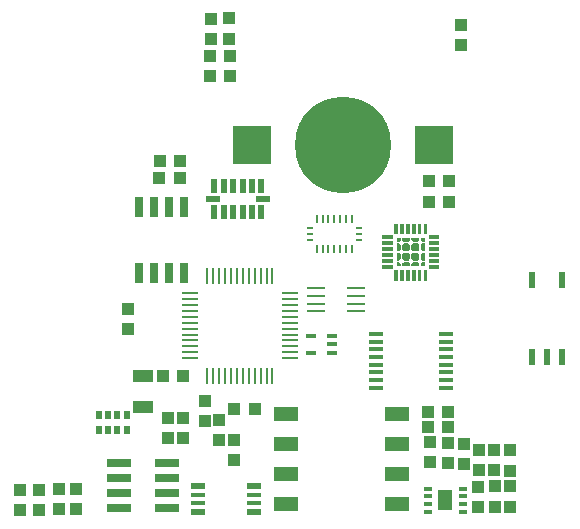
<source format=gtp>
G75*
%MOIN*%
%OFA0B0*%
%FSLAX25Y25*%
%IPPOS*%
%LPD*%
%AMOC8*
5,1,8,0,0,1.08239X$1,22.5*
%
%ADD10R,0.01100X0.05800*%
%ADD11R,0.05800X0.01100*%
%ADD12R,0.04331X0.03937*%
%ADD13R,0.03937X0.04331*%
%ADD14R,0.07087X0.03937*%
%ADD15R,0.02165X0.04508*%
%ADD16R,0.04508X0.02165*%
%ADD17R,0.02756X0.01378*%
%ADD18R,0.05000X0.07000*%
%ADD19R,0.02559X0.06890*%
%ADD20R,0.12598X0.12598*%
%ADD21C,0.32008*%
%ADD22R,0.00984X0.02657*%
%ADD23R,0.02165X0.00984*%
%ADD24C,0.00100*%
%ADD25R,0.04724X0.01378*%
%ADD26R,0.06102X0.00984*%
%ADD27R,0.03780X0.01811*%
%ADD28R,0.03780X0.01417*%
%ADD29R,0.01969X0.02559*%
%ADD30R,0.04528X0.02362*%
%ADD31R,0.04528X0.01772*%
%ADD32R,0.08000X0.04500*%
%ADD33R,0.07874X0.03150*%
%ADD34R,0.02402X0.05709*%
D10*
X0161138Y0104862D03*
X0163038Y0104862D03*
X0165038Y0104862D03*
X0167038Y0104862D03*
X0168938Y0104862D03*
X0170938Y0104862D03*
X0172937Y0104862D03*
X0174937Y0104862D03*
X0176837Y0104862D03*
X0178837Y0104862D03*
X0180837Y0104862D03*
X0182737Y0104862D03*
X0182737Y0138263D03*
X0180837Y0138263D03*
X0178837Y0138263D03*
X0176837Y0138263D03*
X0174937Y0138263D03*
X0172937Y0138263D03*
X0170938Y0138263D03*
X0168938Y0138263D03*
X0167038Y0138263D03*
X0165038Y0138263D03*
X0163038Y0138263D03*
X0161138Y0138263D03*
D11*
X0155238Y0132363D03*
X0155238Y0130462D03*
X0155238Y0128462D03*
X0155238Y0126462D03*
X0155238Y0124562D03*
X0155238Y0122562D03*
X0155238Y0120562D03*
X0155238Y0118562D03*
X0155238Y0116662D03*
X0155238Y0114662D03*
X0155238Y0112662D03*
X0155238Y0110762D03*
X0188637Y0110762D03*
X0188637Y0112662D03*
X0188637Y0114662D03*
X0188637Y0116662D03*
X0188637Y0118562D03*
X0188637Y0120562D03*
X0188637Y0122562D03*
X0188637Y0124562D03*
X0188637Y0126462D03*
X0188637Y0128462D03*
X0188637Y0130462D03*
X0188637Y0132363D03*
D12*
X0152971Y0104750D03*
X0146279Y0104750D03*
X0170154Y0093625D03*
X0176846Y0093625D03*
X0170063Y0083346D03*
X0170063Y0076654D03*
X0235375Y0076091D03*
X0241187Y0075779D03*
X0241187Y0082471D03*
X0235375Y0082784D03*
X0234779Y0092812D03*
X0241471Y0092812D03*
X0251625Y0080096D03*
X0251625Y0073404D03*
X0251437Y0067909D03*
X0251437Y0061216D03*
X0151846Y0170938D03*
X0145154Y0170938D03*
X0145216Y0176375D03*
X0151909Y0176375D03*
X0162188Y0217216D03*
X0168375Y0217279D03*
X0168375Y0223971D03*
X0162188Y0223909D03*
X0245750Y0221909D03*
X0245750Y0215216D03*
D13*
X0098562Y0060154D03*
X0104937Y0060216D03*
X0111687Y0060466D03*
X0117187Y0060466D03*
X0117187Y0067159D03*
X0111687Y0067159D03*
X0104937Y0066909D03*
X0098562Y0066846D03*
X0147938Y0083966D03*
X0152938Y0084029D03*
X0152938Y0090721D03*
X0147938Y0090659D03*
X0160188Y0089654D03*
X0164938Y0090034D03*
X0164938Y0083341D03*
X0160188Y0096346D03*
X0134563Y0120404D03*
X0134563Y0127096D03*
X0234841Y0162813D03*
X0241534Y0162813D03*
X0241784Y0169688D03*
X0235091Y0169688D03*
X0168563Y0204716D03*
X0162000Y0204716D03*
X0162000Y0211409D03*
X0168563Y0211409D03*
X0234654Y0087812D03*
X0241346Y0087812D03*
X0246687Y0082284D03*
X0256750Y0080034D03*
X0262125Y0079971D03*
X0262125Y0073279D03*
X0256750Y0073341D03*
X0246687Y0075591D03*
X0256937Y0067971D03*
X0262062Y0067971D03*
X0262062Y0061279D03*
X0256937Y0061279D03*
D14*
X0139750Y0094605D03*
X0139750Y0104645D03*
D15*
X0163376Y0159367D03*
X0166526Y0159367D03*
X0169675Y0159367D03*
X0172825Y0159367D03*
X0175974Y0159367D03*
X0179124Y0159367D03*
X0179124Y0168008D03*
X0175974Y0168008D03*
X0172825Y0168008D03*
X0169675Y0168008D03*
X0166526Y0168008D03*
X0163376Y0168008D03*
D16*
X0162992Y0163688D03*
X0179508Y0163688D03*
D17*
X0234568Y0067276D03*
X0234568Y0064717D03*
X0234568Y0062158D03*
X0234568Y0059599D03*
X0246182Y0059599D03*
X0246182Y0062158D03*
X0246182Y0064717D03*
X0246182Y0067276D03*
D18*
X0240375Y0063437D03*
D19*
X0153438Y0139039D03*
X0148438Y0139039D03*
X0143438Y0139039D03*
X0138438Y0139039D03*
X0138438Y0161086D03*
X0143438Y0161086D03*
X0148438Y0161086D03*
X0153438Y0161086D03*
D20*
X0176080Y0181750D03*
X0236670Y0181750D03*
D21*
X0206375Y0181750D03*
D22*
X0205406Y0156970D03*
X0203437Y0156970D03*
X0201469Y0156970D03*
X0199500Y0156970D03*
X0197532Y0156970D03*
X0207375Y0156970D03*
X0209343Y0156970D03*
X0209343Y0147030D03*
X0207375Y0147030D03*
X0205406Y0147030D03*
X0203437Y0147030D03*
X0201469Y0147030D03*
X0199500Y0147030D03*
X0197532Y0147030D03*
D23*
X0195367Y0150031D03*
X0195367Y0152000D03*
X0195367Y0153969D03*
X0211508Y0153969D03*
X0211508Y0152000D03*
X0211508Y0150031D03*
D24*
X0219400Y0149656D02*
X0219400Y0148751D01*
X0222549Y0148751D01*
X0222549Y0149656D01*
X0219400Y0149656D01*
X0219400Y0149595D02*
X0222549Y0149595D01*
X0222549Y0149497D02*
X0219400Y0149497D01*
X0219400Y0149398D02*
X0222549Y0149398D01*
X0222549Y0149300D02*
X0219400Y0149300D01*
X0219400Y0149201D02*
X0222549Y0149201D01*
X0222549Y0149103D02*
X0219400Y0149103D01*
X0219400Y0149004D02*
X0222549Y0149004D01*
X0222549Y0148906D02*
X0219400Y0148906D01*
X0219400Y0148807D02*
X0222549Y0148807D01*
X0222549Y0147687D02*
X0219400Y0147687D01*
X0219400Y0146782D01*
X0222549Y0146782D01*
X0222549Y0147687D01*
X0222549Y0147625D02*
X0219400Y0147625D01*
X0219400Y0147527D02*
X0222549Y0147527D01*
X0222549Y0147428D02*
X0219400Y0147428D01*
X0219400Y0147330D02*
X0222549Y0147330D01*
X0222549Y0147231D02*
X0219400Y0147231D01*
X0219400Y0147132D02*
X0222549Y0147132D01*
X0222549Y0147034D02*
X0219400Y0147034D01*
X0219400Y0146935D02*
X0222549Y0146935D01*
X0222549Y0146837D02*
X0219400Y0146837D01*
X0219400Y0145718D02*
X0219400Y0144813D01*
X0222549Y0144813D01*
X0222549Y0145718D01*
X0219400Y0145718D01*
X0219400Y0145655D02*
X0222549Y0145655D01*
X0222549Y0145556D02*
X0219400Y0145556D01*
X0219400Y0145458D02*
X0222549Y0145458D01*
X0222549Y0145359D02*
X0219400Y0145359D01*
X0219400Y0145261D02*
X0222549Y0145261D01*
X0222549Y0145162D02*
X0219400Y0145162D01*
X0219400Y0145064D02*
X0222549Y0145064D01*
X0222549Y0144965D02*
X0219400Y0144965D01*
X0219400Y0144867D02*
X0222549Y0144867D01*
X0222549Y0143749D02*
X0219400Y0143749D01*
X0219400Y0142844D01*
X0222549Y0142844D01*
X0222549Y0143749D01*
X0222549Y0143685D02*
X0219400Y0143685D01*
X0219400Y0143586D02*
X0222549Y0143586D01*
X0222549Y0143488D02*
X0219400Y0143488D01*
X0219400Y0143389D02*
X0222549Y0143389D01*
X0222549Y0143291D02*
X0219400Y0143291D01*
X0219400Y0143192D02*
X0222549Y0143192D01*
X0222549Y0143094D02*
X0219400Y0143094D01*
X0219400Y0142995D02*
X0222549Y0142995D01*
X0222549Y0142897D02*
X0219400Y0142897D01*
X0219400Y0141780D02*
X0219400Y0140875D01*
X0222549Y0140875D01*
X0222549Y0141780D01*
X0219400Y0141780D01*
X0219400Y0141714D02*
X0222549Y0141714D01*
X0222549Y0141616D02*
X0219400Y0141616D01*
X0219400Y0141517D02*
X0222549Y0141517D01*
X0222549Y0141419D02*
X0219400Y0141419D01*
X0219400Y0141320D02*
X0222549Y0141320D01*
X0222549Y0141222D02*
X0219400Y0141222D01*
X0219400Y0141123D02*
X0222549Y0141123D01*
X0222549Y0141025D02*
X0219400Y0141025D01*
X0219400Y0140926D02*
X0222549Y0140926D01*
X0223376Y0140049D02*
X0223376Y0136900D01*
X0224281Y0136900D01*
X0224281Y0140049D01*
X0223376Y0140049D01*
X0223376Y0140040D02*
X0224281Y0140040D01*
X0224281Y0139941D02*
X0223376Y0139941D01*
X0223376Y0139843D02*
X0224281Y0139843D01*
X0224281Y0139744D02*
X0223376Y0139744D01*
X0223376Y0139646D02*
X0224281Y0139646D01*
X0224281Y0139547D02*
X0223376Y0139547D01*
X0223376Y0139449D02*
X0224281Y0139449D01*
X0224281Y0139350D02*
X0223376Y0139350D01*
X0223376Y0139252D02*
X0224281Y0139252D01*
X0224281Y0139153D02*
X0223376Y0139153D01*
X0223376Y0139055D02*
X0224281Y0139055D01*
X0224281Y0138956D02*
X0223376Y0138956D01*
X0223376Y0138858D02*
X0224281Y0138858D01*
X0224281Y0138759D02*
X0223376Y0138759D01*
X0223376Y0138661D02*
X0224281Y0138661D01*
X0224281Y0138562D02*
X0223376Y0138562D01*
X0223376Y0138463D02*
X0224281Y0138463D01*
X0224281Y0138365D02*
X0223376Y0138365D01*
X0223376Y0138266D02*
X0224281Y0138266D01*
X0224281Y0138168D02*
X0223376Y0138168D01*
X0223376Y0138069D02*
X0224281Y0138069D01*
X0224281Y0137971D02*
X0223376Y0137971D01*
X0223376Y0137872D02*
X0224281Y0137872D01*
X0224281Y0137774D02*
X0223376Y0137774D01*
X0223376Y0137675D02*
X0224281Y0137675D01*
X0224281Y0137577D02*
X0223376Y0137577D01*
X0223376Y0137478D02*
X0224281Y0137478D01*
X0224281Y0137380D02*
X0223376Y0137380D01*
X0223376Y0137281D02*
X0224281Y0137281D01*
X0224281Y0137183D02*
X0223376Y0137183D01*
X0223376Y0137084D02*
X0224281Y0137084D01*
X0224281Y0136986D02*
X0223376Y0136986D01*
X0225344Y0136986D02*
X0226250Y0136986D01*
X0226250Y0136900D02*
X0226250Y0140049D01*
X0225344Y0140049D01*
X0225344Y0136900D01*
X0226250Y0136900D01*
X0226250Y0137084D02*
X0225344Y0137084D01*
X0225344Y0137183D02*
X0226250Y0137183D01*
X0226250Y0137281D02*
X0225344Y0137281D01*
X0225344Y0137380D02*
X0226250Y0137380D01*
X0226250Y0137478D02*
X0225344Y0137478D01*
X0225344Y0137577D02*
X0226250Y0137577D01*
X0226250Y0137675D02*
X0225344Y0137675D01*
X0225344Y0137774D02*
X0226250Y0137774D01*
X0226250Y0137872D02*
X0225344Y0137872D01*
X0225344Y0137971D02*
X0226250Y0137971D01*
X0226250Y0138069D02*
X0225344Y0138069D01*
X0225344Y0138168D02*
X0226250Y0138168D01*
X0226250Y0138266D02*
X0225344Y0138266D01*
X0225344Y0138365D02*
X0226250Y0138365D01*
X0226250Y0138463D02*
X0225344Y0138463D01*
X0225344Y0138562D02*
X0226250Y0138562D01*
X0226250Y0138661D02*
X0225344Y0138661D01*
X0225344Y0138759D02*
X0226250Y0138759D01*
X0226250Y0138858D02*
X0225344Y0138858D01*
X0225344Y0138956D02*
X0226250Y0138956D01*
X0226250Y0139055D02*
X0225344Y0139055D01*
X0225344Y0139153D02*
X0226250Y0139153D01*
X0226250Y0139252D02*
X0225344Y0139252D01*
X0225344Y0139350D02*
X0226250Y0139350D01*
X0226250Y0139449D02*
X0225344Y0139449D01*
X0225344Y0139547D02*
X0226250Y0139547D01*
X0226250Y0139646D02*
X0225344Y0139646D01*
X0225344Y0139744D02*
X0226250Y0139744D01*
X0226250Y0139843D02*
X0225344Y0139843D01*
X0225344Y0139941D02*
X0226250Y0139941D01*
X0226250Y0140040D02*
X0225344Y0140040D01*
X0225256Y0141722D02*
X0225256Y0142200D01*
X0224700Y0142756D01*
X0224222Y0142756D01*
X0224222Y0141722D01*
X0225256Y0141722D01*
X0225256Y0141813D02*
X0224222Y0141813D01*
X0224222Y0141911D02*
X0225256Y0141911D01*
X0225256Y0142010D02*
X0224222Y0142010D01*
X0224222Y0142108D02*
X0225256Y0142108D01*
X0225249Y0142207D02*
X0224222Y0142207D01*
X0224222Y0142305D02*
X0225150Y0142305D01*
X0225052Y0142404D02*
X0224222Y0142404D01*
X0224222Y0142502D02*
X0224953Y0142502D01*
X0224855Y0142601D02*
X0224222Y0142601D01*
X0224222Y0142699D02*
X0224756Y0142699D01*
X0224700Y0143544D02*
X0225256Y0144100D01*
X0225256Y0145300D01*
X0224700Y0145856D01*
X0224222Y0145856D01*
X0224222Y0143544D01*
X0224700Y0143544D01*
X0224742Y0143586D02*
X0224222Y0143586D01*
X0224222Y0143685D02*
X0224840Y0143685D01*
X0224939Y0143783D02*
X0224222Y0143783D01*
X0224222Y0143882D02*
X0225037Y0143882D01*
X0225136Y0143980D02*
X0224222Y0143980D01*
X0224222Y0144079D02*
X0225234Y0144079D01*
X0225256Y0144177D02*
X0224222Y0144177D01*
X0224222Y0144276D02*
X0225256Y0144276D01*
X0225256Y0144374D02*
X0224222Y0144374D01*
X0224222Y0144473D02*
X0225256Y0144473D01*
X0225256Y0144571D02*
X0224222Y0144571D01*
X0224222Y0144670D02*
X0225256Y0144670D01*
X0225256Y0144768D02*
X0224222Y0144768D01*
X0224222Y0144867D02*
X0225256Y0144867D01*
X0225256Y0144965D02*
X0224222Y0144965D01*
X0224222Y0145064D02*
X0225256Y0145064D01*
X0225256Y0145162D02*
X0224222Y0145162D01*
X0224222Y0145261D02*
X0225256Y0145261D01*
X0225197Y0145359D02*
X0224222Y0145359D01*
X0224222Y0145458D02*
X0225098Y0145458D01*
X0225000Y0145556D02*
X0224222Y0145556D01*
X0224222Y0145655D02*
X0224901Y0145655D01*
X0224802Y0145753D02*
X0224222Y0145753D01*
X0224222Y0145852D02*
X0224704Y0145852D01*
X0224700Y0146644D02*
X0225256Y0147200D01*
X0225256Y0148400D01*
X0224700Y0148956D01*
X0224222Y0148956D01*
X0224222Y0146644D01*
X0224700Y0146644D01*
X0224794Y0146738D02*
X0224222Y0146738D01*
X0224222Y0146837D02*
X0224893Y0146837D01*
X0224991Y0146935D02*
X0224222Y0146935D01*
X0224222Y0147034D02*
X0225090Y0147034D01*
X0225188Y0147132D02*
X0224222Y0147132D01*
X0224222Y0147231D02*
X0225256Y0147231D01*
X0225256Y0147330D02*
X0224222Y0147330D01*
X0224222Y0147428D02*
X0225256Y0147428D01*
X0225256Y0147527D02*
X0224222Y0147527D01*
X0224222Y0147625D02*
X0225256Y0147625D01*
X0225256Y0147724D02*
X0224222Y0147724D01*
X0224222Y0147822D02*
X0225256Y0147822D01*
X0225256Y0147921D02*
X0224222Y0147921D01*
X0224222Y0148019D02*
X0225256Y0148019D01*
X0225256Y0148118D02*
X0224222Y0148118D01*
X0224222Y0148216D02*
X0225256Y0148216D01*
X0225256Y0148315D02*
X0224222Y0148315D01*
X0224222Y0148413D02*
X0225243Y0148413D01*
X0225144Y0148512D02*
X0224222Y0148512D01*
X0224222Y0148610D02*
X0225046Y0148610D01*
X0224947Y0148709D02*
X0224222Y0148709D01*
X0224222Y0148807D02*
X0224849Y0148807D01*
X0224750Y0148906D02*
X0224222Y0148906D01*
X0224222Y0149744D02*
X0224222Y0150778D01*
X0225256Y0150778D01*
X0225256Y0150300D01*
X0224700Y0149744D01*
X0224222Y0149744D01*
X0224222Y0149792D02*
X0224748Y0149792D01*
X0224847Y0149891D02*
X0224222Y0149891D01*
X0224222Y0149989D02*
X0224945Y0149989D01*
X0225044Y0150088D02*
X0224222Y0150088D01*
X0224222Y0150186D02*
X0225142Y0150186D01*
X0225241Y0150285D02*
X0224222Y0150285D01*
X0224222Y0150383D02*
X0225256Y0150383D01*
X0225256Y0150482D02*
X0224222Y0150482D01*
X0224222Y0150580D02*
X0225256Y0150580D01*
X0225256Y0150679D02*
X0224222Y0150679D01*
X0224222Y0150777D02*
X0225256Y0150777D01*
X0226044Y0150777D02*
X0228356Y0150777D01*
X0228356Y0150778D02*
X0226044Y0150778D01*
X0226044Y0150300D01*
X0226600Y0149744D01*
X0227800Y0149744D01*
X0228356Y0150300D01*
X0228356Y0150778D01*
X0228356Y0150679D02*
X0226044Y0150679D01*
X0226044Y0150580D02*
X0228356Y0150580D01*
X0228356Y0150482D02*
X0226044Y0150482D01*
X0226044Y0150383D02*
X0228356Y0150383D01*
X0228341Y0150285D02*
X0226059Y0150285D01*
X0226158Y0150186D02*
X0228242Y0150186D01*
X0228144Y0150088D02*
X0226256Y0150088D01*
X0226355Y0149989D02*
X0228045Y0149989D01*
X0227947Y0149891D02*
X0226453Y0149891D01*
X0226552Y0149792D02*
X0227848Y0149792D01*
X0227800Y0148956D02*
X0226600Y0148956D01*
X0226044Y0148400D01*
X0226044Y0147200D01*
X0226600Y0146644D01*
X0227800Y0146644D01*
X0228356Y0147200D01*
X0228356Y0148400D01*
X0227800Y0148956D01*
X0227850Y0148906D02*
X0226550Y0148906D01*
X0226451Y0148807D02*
X0227949Y0148807D01*
X0228047Y0148709D02*
X0226353Y0148709D01*
X0226254Y0148610D02*
X0228146Y0148610D01*
X0228244Y0148512D02*
X0226156Y0148512D01*
X0226057Y0148413D02*
X0228343Y0148413D01*
X0228356Y0148315D02*
X0226044Y0148315D01*
X0226044Y0148216D02*
X0228356Y0148216D01*
X0228356Y0148118D02*
X0226044Y0148118D01*
X0226044Y0148019D02*
X0228356Y0148019D01*
X0228356Y0147921D02*
X0226044Y0147921D01*
X0226044Y0147822D02*
X0228356Y0147822D01*
X0228356Y0147724D02*
X0226044Y0147724D01*
X0226044Y0147625D02*
X0228356Y0147625D01*
X0228356Y0147527D02*
X0226044Y0147527D01*
X0226044Y0147428D02*
X0228356Y0147428D01*
X0228356Y0147330D02*
X0226044Y0147330D01*
X0226044Y0147231D02*
X0228356Y0147231D01*
X0228288Y0147132D02*
X0226112Y0147132D01*
X0226210Y0147034D02*
X0228190Y0147034D01*
X0228091Y0146935D02*
X0226309Y0146935D01*
X0226407Y0146837D02*
X0227993Y0146837D01*
X0227894Y0146738D02*
X0226506Y0146738D01*
X0226600Y0145856D02*
X0226044Y0145300D01*
X0226044Y0144100D01*
X0226600Y0143544D01*
X0227800Y0143544D01*
X0228356Y0144100D01*
X0228356Y0145300D01*
X0227800Y0145856D01*
X0226600Y0145856D01*
X0226596Y0145852D02*
X0227804Y0145852D01*
X0227902Y0145753D02*
X0226498Y0145753D01*
X0226399Y0145655D02*
X0228001Y0145655D01*
X0228100Y0145556D02*
X0226300Y0145556D01*
X0226202Y0145458D02*
X0228198Y0145458D01*
X0228297Y0145359D02*
X0226103Y0145359D01*
X0226044Y0145261D02*
X0228356Y0145261D01*
X0228356Y0145162D02*
X0226044Y0145162D01*
X0226044Y0145064D02*
X0228356Y0145064D01*
X0228356Y0144965D02*
X0226044Y0144965D01*
X0226044Y0144867D02*
X0228356Y0144867D01*
X0228356Y0144768D02*
X0226044Y0144768D01*
X0226044Y0144670D02*
X0228356Y0144670D01*
X0228356Y0144571D02*
X0226044Y0144571D01*
X0226044Y0144473D02*
X0228356Y0144473D01*
X0228356Y0144374D02*
X0226044Y0144374D01*
X0226044Y0144276D02*
X0228356Y0144276D01*
X0228356Y0144177D02*
X0226044Y0144177D01*
X0226066Y0144079D02*
X0228334Y0144079D01*
X0228236Y0143980D02*
X0226164Y0143980D01*
X0226263Y0143882D02*
X0228137Y0143882D01*
X0228039Y0143783D02*
X0226361Y0143783D01*
X0226460Y0143685D02*
X0227940Y0143685D01*
X0227842Y0143586D02*
X0226558Y0143586D01*
X0226600Y0142756D02*
X0226044Y0142200D01*
X0226044Y0141722D01*
X0228356Y0141722D01*
X0228356Y0142200D01*
X0227800Y0142756D01*
X0226600Y0142756D01*
X0226544Y0142699D02*
X0227856Y0142699D01*
X0227955Y0142601D02*
X0226445Y0142601D01*
X0226347Y0142502D02*
X0228053Y0142502D01*
X0228152Y0142404D02*
X0226248Y0142404D01*
X0226150Y0142305D02*
X0228250Y0142305D01*
X0228349Y0142207D02*
X0226051Y0142207D01*
X0226044Y0142108D02*
X0228356Y0142108D01*
X0228356Y0142010D02*
X0226044Y0142010D01*
X0226044Y0141911D02*
X0228356Y0141911D01*
X0228356Y0141813D02*
X0226044Y0141813D01*
X0227313Y0140049D02*
X0227313Y0136900D01*
X0228219Y0136900D01*
X0228219Y0140049D01*
X0227313Y0140049D01*
X0227313Y0140040D02*
X0228219Y0140040D01*
X0228219Y0139941D02*
X0227313Y0139941D01*
X0227313Y0139843D02*
X0228219Y0139843D01*
X0228219Y0139744D02*
X0227313Y0139744D01*
X0227313Y0139646D02*
X0228219Y0139646D01*
X0228219Y0139547D02*
X0227313Y0139547D01*
X0227313Y0139449D02*
X0228219Y0139449D01*
X0228219Y0139350D02*
X0227313Y0139350D01*
X0227313Y0139252D02*
X0228219Y0139252D01*
X0228219Y0139153D02*
X0227313Y0139153D01*
X0227313Y0139055D02*
X0228219Y0139055D01*
X0228219Y0138956D02*
X0227313Y0138956D01*
X0227313Y0138858D02*
X0228219Y0138858D01*
X0228219Y0138759D02*
X0227313Y0138759D01*
X0227313Y0138661D02*
X0228219Y0138661D01*
X0228219Y0138562D02*
X0227313Y0138562D01*
X0227313Y0138463D02*
X0228219Y0138463D01*
X0228219Y0138365D02*
X0227313Y0138365D01*
X0227313Y0138266D02*
X0228219Y0138266D01*
X0228219Y0138168D02*
X0227313Y0138168D01*
X0227313Y0138069D02*
X0228219Y0138069D01*
X0228219Y0137971D02*
X0227313Y0137971D01*
X0227313Y0137872D02*
X0228219Y0137872D01*
X0228219Y0137774D02*
X0227313Y0137774D01*
X0227313Y0137675D02*
X0228219Y0137675D01*
X0228219Y0137577D02*
X0227313Y0137577D01*
X0227313Y0137478D02*
X0228219Y0137478D01*
X0228219Y0137380D02*
X0227313Y0137380D01*
X0227313Y0137281D02*
X0228219Y0137281D01*
X0228219Y0137183D02*
X0227313Y0137183D01*
X0227313Y0137084D02*
X0228219Y0137084D01*
X0228219Y0136986D02*
X0227313Y0136986D01*
X0229281Y0136986D02*
X0230187Y0136986D01*
X0230187Y0136900D02*
X0230187Y0140049D01*
X0229281Y0140049D01*
X0229281Y0136900D01*
X0230187Y0136900D01*
X0230187Y0137084D02*
X0229281Y0137084D01*
X0229281Y0137183D02*
X0230187Y0137183D01*
X0230187Y0137281D02*
X0229281Y0137281D01*
X0229281Y0137380D02*
X0230187Y0137380D01*
X0230187Y0137478D02*
X0229281Y0137478D01*
X0229281Y0137577D02*
X0230187Y0137577D01*
X0230187Y0137675D02*
X0229281Y0137675D01*
X0229281Y0137774D02*
X0230187Y0137774D01*
X0230187Y0137872D02*
X0229281Y0137872D01*
X0229281Y0137971D02*
X0230187Y0137971D01*
X0230187Y0138069D02*
X0229281Y0138069D01*
X0229281Y0138168D02*
X0230187Y0138168D01*
X0230187Y0138266D02*
X0229281Y0138266D01*
X0229281Y0138365D02*
X0230187Y0138365D01*
X0230187Y0138463D02*
X0229281Y0138463D01*
X0229281Y0138562D02*
X0230187Y0138562D01*
X0230187Y0138661D02*
X0229281Y0138661D01*
X0229281Y0138759D02*
X0230187Y0138759D01*
X0230187Y0138858D02*
X0229281Y0138858D01*
X0229281Y0138956D02*
X0230187Y0138956D01*
X0230187Y0139055D02*
X0229281Y0139055D01*
X0229281Y0139153D02*
X0230187Y0139153D01*
X0230187Y0139252D02*
X0229281Y0139252D01*
X0229281Y0139350D02*
X0230187Y0139350D01*
X0230187Y0139449D02*
X0229281Y0139449D01*
X0229281Y0139547D02*
X0230187Y0139547D01*
X0230187Y0139646D02*
X0229281Y0139646D01*
X0229281Y0139744D02*
X0230187Y0139744D01*
X0230187Y0139843D02*
X0229281Y0139843D01*
X0229281Y0139941D02*
X0230187Y0139941D01*
X0230187Y0140040D02*
X0229281Y0140040D01*
X0229144Y0141722D02*
X0229144Y0142200D01*
X0229700Y0142756D01*
X0230900Y0142756D01*
X0231456Y0142200D01*
X0231456Y0141722D01*
X0229144Y0141722D01*
X0229144Y0141813D02*
X0231456Y0141813D01*
X0231456Y0141911D02*
X0229144Y0141911D01*
X0229144Y0142010D02*
X0231456Y0142010D01*
X0231456Y0142108D02*
X0229144Y0142108D01*
X0229151Y0142207D02*
X0231449Y0142207D01*
X0231350Y0142305D02*
X0229250Y0142305D01*
X0229348Y0142404D02*
X0231252Y0142404D01*
X0231153Y0142502D02*
X0229447Y0142502D01*
X0229545Y0142601D02*
X0231055Y0142601D01*
X0230956Y0142699D02*
X0229644Y0142699D01*
X0229700Y0143544D02*
X0230900Y0143544D01*
X0231456Y0144100D01*
X0231456Y0145300D01*
X0230900Y0145856D01*
X0229700Y0145856D01*
X0229144Y0145300D01*
X0229144Y0144100D01*
X0229700Y0143544D01*
X0229658Y0143586D02*
X0230942Y0143586D01*
X0231040Y0143685D02*
X0229560Y0143685D01*
X0229461Y0143783D02*
X0231139Y0143783D01*
X0231237Y0143882D02*
X0229363Y0143882D01*
X0229264Y0143980D02*
X0231336Y0143980D01*
X0231434Y0144079D02*
X0229166Y0144079D01*
X0229144Y0144177D02*
X0231456Y0144177D01*
X0231456Y0144276D02*
X0229144Y0144276D01*
X0229144Y0144374D02*
X0231456Y0144374D01*
X0231456Y0144473D02*
X0229144Y0144473D01*
X0229144Y0144571D02*
X0231456Y0144571D01*
X0231456Y0144670D02*
X0229144Y0144670D01*
X0229144Y0144768D02*
X0231456Y0144768D01*
X0231456Y0144867D02*
X0229144Y0144867D01*
X0229144Y0144965D02*
X0231456Y0144965D01*
X0231456Y0145064D02*
X0229144Y0145064D01*
X0229144Y0145162D02*
X0231456Y0145162D01*
X0231456Y0145261D02*
X0229144Y0145261D01*
X0229203Y0145359D02*
X0231397Y0145359D01*
X0231298Y0145458D02*
X0229302Y0145458D01*
X0229400Y0145556D02*
X0231200Y0145556D01*
X0231101Y0145655D02*
X0229499Y0145655D01*
X0229598Y0145753D02*
X0231002Y0145753D01*
X0230904Y0145852D02*
X0229696Y0145852D01*
X0229700Y0146644D02*
X0230900Y0146644D01*
X0231456Y0147200D01*
X0231456Y0148400D01*
X0230900Y0148956D01*
X0229700Y0148956D01*
X0229144Y0148400D01*
X0229144Y0147200D01*
X0229700Y0146644D01*
X0229606Y0146738D02*
X0230994Y0146738D01*
X0231093Y0146837D02*
X0229507Y0146837D01*
X0229409Y0146935D02*
X0231191Y0146935D01*
X0231290Y0147034D02*
X0229310Y0147034D01*
X0229212Y0147132D02*
X0231388Y0147132D01*
X0231456Y0147231D02*
X0229144Y0147231D01*
X0229144Y0147330D02*
X0231456Y0147330D01*
X0231456Y0147428D02*
X0229144Y0147428D01*
X0229144Y0147527D02*
X0231456Y0147527D01*
X0231456Y0147625D02*
X0229144Y0147625D01*
X0229144Y0147724D02*
X0231456Y0147724D01*
X0231456Y0147822D02*
X0229144Y0147822D01*
X0229144Y0147921D02*
X0231456Y0147921D01*
X0231456Y0148019D02*
X0229144Y0148019D01*
X0229144Y0148118D02*
X0231456Y0148118D01*
X0231456Y0148216D02*
X0229144Y0148216D01*
X0229144Y0148315D02*
X0231456Y0148315D01*
X0231443Y0148413D02*
X0229157Y0148413D01*
X0229256Y0148512D02*
X0231344Y0148512D01*
X0231246Y0148610D02*
X0229354Y0148610D01*
X0229453Y0148709D02*
X0231147Y0148709D01*
X0231049Y0148807D02*
X0229551Y0148807D01*
X0229650Y0148906D02*
X0230950Y0148906D01*
X0230900Y0149744D02*
X0231456Y0150300D01*
X0231456Y0150778D01*
X0229144Y0150778D01*
X0229144Y0150300D01*
X0229700Y0149744D01*
X0230900Y0149744D01*
X0230948Y0149792D02*
X0229652Y0149792D01*
X0229553Y0149891D02*
X0231047Y0149891D01*
X0231145Y0149989D02*
X0229455Y0149989D01*
X0229356Y0150088D02*
X0231244Y0150088D01*
X0231342Y0150186D02*
X0229258Y0150186D01*
X0229159Y0150285D02*
X0231441Y0150285D01*
X0231456Y0150383D02*
X0229144Y0150383D01*
X0229144Y0150482D02*
X0231456Y0150482D01*
X0231456Y0150580D02*
X0229144Y0150580D01*
X0229144Y0150679D02*
X0231456Y0150679D01*
X0231456Y0150777D02*
X0229144Y0150777D01*
X0229281Y0152451D02*
X0229281Y0155600D01*
X0230187Y0155600D01*
X0230187Y0152451D01*
X0229281Y0152451D01*
X0229281Y0152452D02*
X0230187Y0152452D01*
X0230187Y0152551D02*
X0229281Y0152551D01*
X0229281Y0152649D02*
X0230187Y0152649D01*
X0230187Y0152748D02*
X0229281Y0152748D01*
X0229281Y0152846D02*
X0230187Y0152846D01*
X0230187Y0152945D02*
X0229281Y0152945D01*
X0229281Y0153043D02*
X0230187Y0153043D01*
X0230187Y0153142D02*
X0229281Y0153142D01*
X0229281Y0153240D02*
X0230187Y0153240D01*
X0230187Y0153339D02*
X0229281Y0153339D01*
X0229281Y0153437D02*
X0230187Y0153437D01*
X0230187Y0153536D02*
X0229281Y0153536D01*
X0229281Y0153634D02*
X0230187Y0153634D01*
X0230187Y0153733D02*
X0229281Y0153733D01*
X0229281Y0153831D02*
X0230187Y0153831D01*
X0230187Y0153930D02*
X0229281Y0153930D01*
X0229281Y0154028D02*
X0230187Y0154028D01*
X0230187Y0154127D02*
X0229281Y0154127D01*
X0229281Y0154225D02*
X0230187Y0154225D01*
X0230187Y0154324D02*
X0229281Y0154324D01*
X0229281Y0154422D02*
X0230187Y0154422D01*
X0230187Y0154521D02*
X0229281Y0154521D01*
X0229281Y0154619D02*
X0230187Y0154619D01*
X0230187Y0154718D02*
X0229281Y0154718D01*
X0229281Y0154816D02*
X0230187Y0154816D01*
X0230187Y0154915D02*
X0229281Y0154915D01*
X0229281Y0155013D02*
X0230187Y0155013D01*
X0230187Y0155112D02*
X0229281Y0155112D01*
X0229281Y0155210D02*
X0230187Y0155210D01*
X0230187Y0155309D02*
X0229281Y0155309D01*
X0229281Y0155407D02*
X0230187Y0155407D01*
X0230187Y0155506D02*
X0229281Y0155506D01*
X0228219Y0155506D02*
X0227313Y0155506D01*
X0227313Y0155600D02*
X0227313Y0152451D01*
X0228219Y0152451D01*
X0228219Y0155600D01*
X0227313Y0155600D01*
X0227313Y0155407D02*
X0228219Y0155407D01*
X0228219Y0155309D02*
X0227313Y0155309D01*
X0227313Y0155210D02*
X0228219Y0155210D01*
X0228219Y0155112D02*
X0227313Y0155112D01*
X0227313Y0155013D02*
X0228219Y0155013D01*
X0228219Y0154915D02*
X0227313Y0154915D01*
X0227313Y0154816D02*
X0228219Y0154816D01*
X0228219Y0154718D02*
X0227313Y0154718D01*
X0227313Y0154619D02*
X0228219Y0154619D01*
X0228219Y0154521D02*
X0227313Y0154521D01*
X0227313Y0154422D02*
X0228219Y0154422D01*
X0228219Y0154324D02*
X0227313Y0154324D01*
X0227313Y0154225D02*
X0228219Y0154225D01*
X0228219Y0154127D02*
X0227313Y0154127D01*
X0227313Y0154028D02*
X0228219Y0154028D01*
X0228219Y0153930D02*
X0227313Y0153930D01*
X0227313Y0153831D02*
X0228219Y0153831D01*
X0228219Y0153733D02*
X0227313Y0153733D01*
X0227313Y0153634D02*
X0228219Y0153634D01*
X0228219Y0153536D02*
X0227313Y0153536D01*
X0227313Y0153437D02*
X0228219Y0153437D01*
X0228219Y0153339D02*
X0227313Y0153339D01*
X0227313Y0153240D02*
X0228219Y0153240D01*
X0228219Y0153142D02*
X0227313Y0153142D01*
X0227313Y0153043D02*
X0228219Y0153043D01*
X0228219Y0152945D02*
X0227313Y0152945D01*
X0227313Y0152846D02*
X0228219Y0152846D01*
X0228219Y0152748D02*
X0227313Y0152748D01*
X0227313Y0152649D02*
X0228219Y0152649D01*
X0228219Y0152551D02*
X0227313Y0152551D01*
X0227313Y0152452D02*
X0228219Y0152452D01*
X0226250Y0152451D02*
X0226250Y0155600D01*
X0225344Y0155600D01*
X0225344Y0152451D01*
X0226250Y0152451D01*
X0226250Y0152452D02*
X0225344Y0152452D01*
X0225344Y0152551D02*
X0226250Y0152551D01*
X0226250Y0152649D02*
X0225344Y0152649D01*
X0225344Y0152748D02*
X0226250Y0152748D01*
X0226250Y0152846D02*
X0225344Y0152846D01*
X0225344Y0152945D02*
X0226250Y0152945D01*
X0226250Y0153043D02*
X0225344Y0153043D01*
X0225344Y0153142D02*
X0226250Y0153142D01*
X0226250Y0153240D02*
X0225344Y0153240D01*
X0225344Y0153339D02*
X0226250Y0153339D01*
X0226250Y0153437D02*
X0225344Y0153437D01*
X0225344Y0153536D02*
X0226250Y0153536D01*
X0226250Y0153634D02*
X0225344Y0153634D01*
X0225344Y0153733D02*
X0226250Y0153733D01*
X0226250Y0153831D02*
X0225344Y0153831D01*
X0225344Y0153930D02*
X0226250Y0153930D01*
X0226250Y0154028D02*
X0225344Y0154028D01*
X0225344Y0154127D02*
X0226250Y0154127D01*
X0226250Y0154225D02*
X0225344Y0154225D01*
X0225344Y0154324D02*
X0226250Y0154324D01*
X0226250Y0154422D02*
X0225344Y0154422D01*
X0225344Y0154521D02*
X0226250Y0154521D01*
X0226250Y0154619D02*
X0225344Y0154619D01*
X0225344Y0154718D02*
X0226250Y0154718D01*
X0226250Y0154816D02*
X0225344Y0154816D01*
X0225344Y0154915D02*
X0226250Y0154915D01*
X0226250Y0155013D02*
X0225344Y0155013D01*
X0225344Y0155112D02*
X0226250Y0155112D01*
X0226250Y0155210D02*
X0225344Y0155210D01*
X0225344Y0155309D02*
X0226250Y0155309D01*
X0226250Y0155407D02*
X0225344Y0155407D01*
X0225344Y0155506D02*
X0226250Y0155506D01*
X0224281Y0155506D02*
X0223376Y0155506D01*
X0223376Y0155600D02*
X0223376Y0152451D01*
X0224281Y0152451D01*
X0224281Y0155600D01*
X0223376Y0155600D01*
X0223376Y0155407D02*
X0224281Y0155407D01*
X0224281Y0155309D02*
X0223376Y0155309D01*
X0223376Y0155210D02*
X0224281Y0155210D01*
X0224281Y0155112D02*
X0223376Y0155112D01*
X0223376Y0155013D02*
X0224281Y0155013D01*
X0224281Y0154915D02*
X0223376Y0154915D01*
X0223376Y0154816D02*
X0224281Y0154816D01*
X0224281Y0154718D02*
X0223376Y0154718D01*
X0223376Y0154619D02*
X0224281Y0154619D01*
X0224281Y0154521D02*
X0223376Y0154521D01*
X0223376Y0154422D02*
X0224281Y0154422D01*
X0224281Y0154324D02*
X0223376Y0154324D01*
X0223376Y0154225D02*
X0224281Y0154225D01*
X0224281Y0154127D02*
X0223376Y0154127D01*
X0223376Y0154028D02*
X0224281Y0154028D01*
X0224281Y0153930D02*
X0223376Y0153930D01*
X0223376Y0153831D02*
X0224281Y0153831D01*
X0224281Y0153733D02*
X0223376Y0153733D01*
X0223376Y0153634D02*
X0224281Y0153634D01*
X0224281Y0153536D02*
X0223376Y0153536D01*
X0223376Y0153437D02*
X0224281Y0153437D01*
X0224281Y0153339D02*
X0223376Y0153339D01*
X0223376Y0153240D02*
X0224281Y0153240D01*
X0224281Y0153142D02*
X0223376Y0153142D01*
X0223376Y0153043D02*
X0224281Y0153043D01*
X0224281Y0152945D02*
X0223376Y0152945D01*
X0223376Y0152846D02*
X0224281Y0152846D01*
X0224281Y0152748D02*
X0223376Y0152748D01*
X0223376Y0152649D02*
X0224281Y0152649D01*
X0224281Y0152551D02*
X0223376Y0152551D01*
X0223376Y0152452D02*
X0224281Y0152452D01*
X0222549Y0151625D02*
X0219400Y0151625D01*
X0219400Y0150720D01*
X0222549Y0150720D01*
X0222549Y0151625D01*
X0222549Y0151566D02*
X0219400Y0151566D01*
X0219400Y0151467D02*
X0222549Y0151467D01*
X0222549Y0151368D02*
X0219400Y0151368D01*
X0219400Y0151270D02*
X0222549Y0151270D01*
X0222549Y0151171D02*
X0219400Y0151171D01*
X0219400Y0151073D02*
X0222549Y0151073D01*
X0222549Y0150974D02*
X0219400Y0150974D01*
X0219400Y0150876D02*
X0222549Y0150876D01*
X0222549Y0150777D02*
X0219400Y0150777D01*
X0231250Y0152451D02*
X0231250Y0155600D01*
X0232156Y0155600D01*
X0232156Y0152451D01*
X0231250Y0152451D01*
X0231250Y0152452D02*
X0232156Y0152452D01*
X0232156Y0152551D02*
X0231250Y0152551D01*
X0231250Y0152649D02*
X0232156Y0152649D01*
X0232156Y0152748D02*
X0231250Y0152748D01*
X0231250Y0152846D02*
X0232156Y0152846D01*
X0232156Y0152945D02*
X0231250Y0152945D01*
X0231250Y0153043D02*
X0232156Y0153043D01*
X0232156Y0153142D02*
X0231250Y0153142D01*
X0231250Y0153240D02*
X0232156Y0153240D01*
X0232156Y0153339D02*
X0231250Y0153339D01*
X0231250Y0153437D02*
X0232156Y0153437D01*
X0232156Y0153536D02*
X0231250Y0153536D01*
X0231250Y0153634D02*
X0232156Y0153634D01*
X0232156Y0153733D02*
X0231250Y0153733D01*
X0231250Y0153831D02*
X0232156Y0153831D01*
X0232156Y0153930D02*
X0231250Y0153930D01*
X0231250Y0154028D02*
X0232156Y0154028D01*
X0232156Y0154127D02*
X0231250Y0154127D01*
X0231250Y0154225D02*
X0232156Y0154225D01*
X0232156Y0154324D02*
X0231250Y0154324D01*
X0231250Y0154422D02*
X0232156Y0154422D01*
X0232156Y0154521D02*
X0231250Y0154521D01*
X0231250Y0154619D02*
X0232156Y0154619D01*
X0232156Y0154718D02*
X0231250Y0154718D01*
X0231250Y0154816D02*
X0232156Y0154816D01*
X0232156Y0154915D02*
X0231250Y0154915D01*
X0231250Y0155013D02*
X0232156Y0155013D01*
X0232156Y0155112D02*
X0231250Y0155112D01*
X0231250Y0155210D02*
X0232156Y0155210D01*
X0232156Y0155309D02*
X0231250Y0155309D01*
X0231250Y0155407D02*
X0232156Y0155407D01*
X0232156Y0155506D02*
X0231250Y0155506D01*
X0233219Y0155506D02*
X0234124Y0155506D01*
X0234124Y0155600D02*
X0233219Y0155600D01*
X0233219Y0152451D01*
X0234124Y0152451D01*
X0234124Y0155600D01*
X0234124Y0155407D02*
X0233219Y0155407D01*
X0233219Y0155309D02*
X0234124Y0155309D01*
X0234124Y0155210D02*
X0233219Y0155210D01*
X0233219Y0155112D02*
X0234124Y0155112D01*
X0234124Y0155013D02*
X0233219Y0155013D01*
X0233219Y0154915D02*
X0234124Y0154915D01*
X0234124Y0154816D02*
X0233219Y0154816D01*
X0233219Y0154718D02*
X0234124Y0154718D01*
X0234124Y0154619D02*
X0233219Y0154619D01*
X0233219Y0154521D02*
X0234124Y0154521D01*
X0234124Y0154422D02*
X0233219Y0154422D01*
X0233219Y0154324D02*
X0234124Y0154324D01*
X0234124Y0154225D02*
X0233219Y0154225D01*
X0233219Y0154127D02*
X0234124Y0154127D01*
X0234124Y0154028D02*
X0233219Y0154028D01*
X0233219Y0153930D02*
X0234124Y0153930D01*
X0234124Y0153831D02*
X0233219Y0153831D01*
X0233219Y0153733D02*
X0234124Y0153733D01*
X0234124Y0153634D02*
X0233219Y0153634D01*
X0233219Y0153536D02*
X0234124Y0153536D01*
X0234124Y0153437D02*
X0233219Y0153437D01*
X0233219Y0153339D02*
X0234124Y0153339D01*
X0234124Y0153240D02*
X0233219Y0153240D01*
X0233219Y0153142D02*
X0234124Y0153142D01*
X0234124Y0153043D02*
X0233219Y0153043D01*
X0233219Y0152945D02*
X0234124Y0152945D01*
X0234124Y0152846D02*
X0233219Y0152846D01*
X0233219Y0152748D02*
X0234124Y0152748D01*
X0234124Y0152649D02*
X0233219Y0152649D01*
X0233219Y0152551D02*
X0234124Y0152551D01*
X0234124Y0152452D02*
X0233219Y0152452D01*
X0233278Y0150778D02*
X0232244Y0150778D01*
X0232244Y0150300D01*
X0232800Y0149744D01*
X0233278Y0149744D01*
X0233278Y0150778D01*
X0233278Y0150777D02*
X0232244Y0150777D01*
X0232244Y0150679D02*
X0233278Y0150679D01*
X0233278Y0150580D02*
X0232244Y0150580D01*
X0232244Y0150482D02*
X0233278Y0150482D01*
X0233278Y0150383D02*
X0232244Y0150383D01*
X0232259Y0150285D02*
X0233278Y0150285D01*
X0233278Y0150186D02*
X0232358Y0150186D01*
X0232456Y0150088D02*
X0233278Y0150088D01*
X0233278Y0149989D02*
X0232555Y0149989D01*
X0232653Y0149891D02*
X0233278Y0149891D01*
X0233278Y0149792D02*
X0232752Y0149792D01*
X0232800Y0148956D02*
X0232244Y0148400D01*
X0232244Y0147200D01*
X0232800Y0146644D01*
X0233278Y0146644D01*
X0233278Y0148956D01*
X0232800Y0148956D01*
X0232750Y0148906D02*
X0233278Y0148906D01*
X0233278Y0148807D02*
X0232651Y0148807D01*
X0232553Y0148709D02*
X0233278Y0148709D01*
X0233278Y0148610D02*
X0232454Y0148610D01*
X0232356Y0148512D02*
X0233278Y0148512D01*
X0233278Y0148413D02*
X0232257Y0148413D01*
X0232244Y0148315D02*
X0233278Y0148315D01*
X0233278Y0148216D02*
X0232244Y0148216D01*
X0232244Y0148118D02*
X0233278Y0148118D01*
X0233278Y0148019D02*
X0232244Y0148019D01*
X0232244Y0147921D02*
X0233278Y0147921D01*
X0233278Y0147822D02*
X0232244Y0147822D01*
X0232244Y0147724D02*
X0233278Y0147724D01*
X0233278Y0147625D02*
X0232244Y0147625D01*
X0232244Y0147527D02*
X0233278Y0147527D01*
X0233278Y0147428D02*
X0232244Y0147428D01*
X0232244Y0147330D02*
X0233278Y0147330D01*
X0233278Y0147231D02*
X0232244Y0147231D01*
X0232312Y0147132D02*
X0233278Y0147132D01*
X0233278Y0147034D02*
X0232410Y0147034D01*
X0232509Y0146935D02*
X0233278Y0146935D01*
X0233278Y0146837D02*
X0232607Y0146837D01*
X0232706Y0146738D02*
X0233278Y0146738D01*
X0233278Y0145856D02*
X0232800Y0145856D01*
X0232244Y0145300D01*
X0232244Y0144100D01*
X0232800Y0143544D01*
X0233278Y0143544D01*
X0233278Y0145856D01*
X0233278Y0145852D02*
X0232796Y0145852D01*
X0232698Y0145753D02*
X0233278Y0145753D01*
X0233278Y0145655D02*
X0232599Y0145655D01*
X0232500Y0145556D02*
X0233278Y0145556D01*
X0233278Y0145458D02*
X0232402Y0145458D01*
X0232303Y0145359D02*
X0233278Y0145359D01*
X0233278Y0145261D02*
X0232244Y0145261D01*
X0232244Y0145162D02*
X0233278Y0145162D01*
X0233278Y0145064D02*
X0232244Y0145064D01*
X0232244Y0144965D02*
X0233278Y0144965D01*
X0233278Y0144867D02*
X0232244Y0144867D01*
X0232244Y0144768D02*
X0233278Y0144768D01*
X0233278Y0144670D02*
X0232244Y0144670D01*
X0232244Y0144571D02*
X0233278Y0144571D01*
X0233278Y0144473D02*
X0232244Y0144473D01*
X0232244Y0144374D02*
X0233278Y0144374D01*
X0233278Y0144276D02*
X0232244Y0144276D01*
X0232244Y0144177D02*
X0233278Y0144177D01*
X0233278Y0144079D02*
X0232266Y0144079D01*
X0232364Y0143980D02*
X0233278Y0143980D01*
X0233278Y0143882D02*
X0232463Y0143882D01*
X0232561Y0143783D02*
X0233278Y0143783D01*
X0233278Y0143685D02*
X0232660Y0143685D01*
X0232758Y0143586D02*
X0233278Y0143586D01*
X0233278Y0142756D02*
X0232800Y0142756D01*
X0232244Y0142200D01*
X0232244Y0141722D01*
X0233278Y0141722D01*
X0233278Y0142756D01*
X0233278Y0142699D02*
X0232744Y0142699D01*
X0232645Y0142601D02*
X0233278Y0142601D01*
X0233278Y0142502D02*
X0232547Y0142502D01*
X0232448Y0142404D02*
X0233278Y0142404D01*
X0233278Y0142305D02*
X0232350Y0142305D01*
X0232251Y0142207D02*
X0233278Y0142207D01*
X0233278Y0142108D02*
X0232244Y0142108D01*
X0232244Y0142010D02*
X0233278Y0142010D01*
X0233278Y0141911D02*
X0232244Y0141911D01*
X0232244Y0141813D02*
X0233278Y0141813D01*
X0234951Y0141780D02*
X0234951Y0140875D01*
X0238100Y0140875D01*
X0238100Y0141780D01*
X0234951Y0141780D01*
X0234951Y0141714D02*
X0238100Y0141714D01*
X0238100Y0141616D02*
X0234951Y0141616D01*
X0234951Y0141517D02*
X0238100Y0141517D01*
X0238100Y0141419D02*
X0234951Y0141419D01*
X0234951Y0141320D02*
X0238100Y0141320D01*
X0238100Y0141222D02*
X0234951Y0141222D01*
X0234951Y0141123D02*
X0238100Y0141123D01*
X0238100Y0141025D02*
X0234951Y0141025D01*
X0234951Y0140926D02*
X0238100Y0140926D01*
X0238100Y0142844D02*
X0234951Y0142844D01*
X0234951Y0143749D01*
X0238100Y0143749D01*
X0238100Y0142844D01*
X0238100Y0142897D02*
X0234951Y0142897D01*
X0234951Y0142995D02*
X0238100Y0142995D01*
X0238100Y0143094D02*
X0234951Y0143094D01*
X0234951Y0143192D02*
X0238100Y0143192D01*
X0238100Y0143291D02*
X0234951Y0143291D01*
X0234951Y0143389D02*
X0238100Y0143389D01*
X0238100Y0143488D02*
X0234951Y0143488D01*
X0234951Y0143586D02*
X0238100Y0143586D01*
X0238100Y0143685D02*
X0234951Y0143685D01*
X0234951Y0144813D02*
X0234951Y0145718D01*
X0238100Y0145718D01*
X0238100Y0144813D01*
X0234951Y0144813D01*
X0234951Y0144867D02*
X0238100Y0144867D01*
X0238100Y0144965D02*
X0234951Y0144965D01*
X0234951Y0145064D02*
X0238100Y0145064D01*
X0238100Y0145162D02*
X0234951Y0145162D01*
X0234951Y0145261D02*
X0238100Y0145261D01*
X0238100Y0145359D02*
X0234951Y0145359D01*
X0234951Y0145458D02*
X0238100Y0145458D01*
X0238100Y0145556D02*
X0234951Y0145556D01*
X0234951Y0145655D02*
X0238100Y0145655D01*
X0238100Y0146782D02*
X0234951Y0146782D01*
X0234951Y0147687D01*
X0238100Y0147687D01*
X0238100Y0146782D01*
X0238100Y0146837D02*
X0234951Y0146837D01*
X0234951Y0146935D02*
X0238100Y0146935D01*
X0238100Y0147034D02*
X0234951Y0147034D01*
X0234951Y0147132D02*
X0238100Y0147132D01*
X0238100Y0147231D02*
X0234951Y0147231D01*
X0234951Y0147330D02*
X0238100Y0147330D01*
X0238100Y0147428D02*
X0234951Y0147428D01*
X0234951Y0147527D02*
X0238100Y0147527D01*
X0238100Y0147625D02*
X0234951Y0147625D01*
X0234951Y0148751D02*
X0234951Y0149656D01*
X0238100Y0149656D01*
X0238100Y0148751D01*
X0234951Y0148751D01*
X0234951Y0148807D02*
X0238100Y0148807D01*
X0238100Y0148906D02*
X0234951Y0148906D01*
X0234951Y0149004D02*
X0238100Y0149004D01*
X0238100Y0149103D02*
X0234951Y0149103D01*
X0234951Y0149201D02*
X0238100Y0149201D01*
X0238100Y0149300D02*
X0234951Y0149300D01*
X0234951Y0149398D02*
X0238100Y0149398D01*
X0238100Y0149497D02*
X0234951Y0149497D01*
X0234951Y0149595D02*
X0238100Y0149595D01*
X0238100Y0150720D02*
X0238100Y0151625D01*
X0234951Y0151625D01*
X0234951Y0150720D01*
X0238100Y0150720D01*
X0238100Y0150777D02*
X0234951Y0150777D01*
X0234951Y0150876D02*
X0238100Y0150876D01*
X0238100Y0150974D02*
X0234951Y0150974D01*
X0234951Y0151073D02*
X0238100Y0151073D01*
X0238100Y0151171D02*
X0234951Y0151171D01*
X0234951Y0151270D02*
X0238100Y0151270D01*
X0238100Y0151368D02*
X0234951Y0151368D01*
X0234951Y0151467D02*
X0238100Y0151467D01*
X0238100Y0151566D02*
X0234951Y0151566D01*
X0234124Y0140049D02*
X0233219Y0140049D01*
X0233219Y0136900D01*
X0234124Y0136900D01*
X0234124Y0140049D01*
X0234124Y0140040D02*
X0233219Y0140040D01*
X0233219Y0139941D02*
X0234124Y0139941D01*
X0234124Y0139843D02*
X0233219Y0139843D01*
X0233219Y0139744D02*
X0234124Y0139744D01*
X0234124Y0139646D02*
X0233219Y0139646D01*
X0233219Y0139547D02*
X0234124Y0139547D01*
X0234124Y0139449D02*
X0233219Y0139449D01*
X0233219Y0139350D02*
X0234124Y0139350D01*
X0234124Y0139252D02*
X0233219Y0139252D01*
X0233219Y0139153D02*
X0234124Y0139153D01*
X0234124Y0139055D02*
X0233219Y0139055D01*
X0233219Y0138956D02*
X0234124Y0138956D01*
X0234124Y0138858D02*
X0233219Y0138858D01*
X0233219Y0138759D02*
X0234124Y0138759D01*
X0234124Y0138661D02*
X0233219Y0138661D01*
X0233219Y0138562D02*
X0234124Y0138562D01*
X0234124Y0138463D02*
X0233219Y0138463D01*
X0233219Y0138365D02*
X0234124Y0138365D01*
X0234124Y0138266D02*
X0233219Y0138266D01*
X0233219Y0138168D02*
X0234124Y0138168D01*
X0234124Y0138069D02*
X0233219Y0138069D01*
X0233219Y0137971D02*
X0234124Y0137971D01*
X0234124Y0137872D02*
X0233219Y0137872D01*
X0233219Y0137774D02*
X0234124Y0137774D01*
X0234124Y0137675D02*
X0233219Y0137675D01*
X0233219Y0137577D02*
X0234124Y0137577D01*
X0234124Y0137478D02*
X0233219Y0137478D01*
X0233219Y0137380D02*
X0234124Y0137380D01*
X0234124Y0137281D02*
X0233219Y0137281D01*
X0233219Y0137183D02*
X0234124Y0137183D01*
X0234124Y0137084D02*
X0233219Y0137084D01*
X0233219Y0136986D02*
X0234124Y0136986D01*
X0232156Y0136986D02*
X0231250Y0136986D01*
X0231250Y0136900D02*
X0231250Y0140049D01*
X0232156Y0140049D01*
X0232156Y0136900D01*
X0231250Y0136900D01*
X0231250Y0137084D02*
X0232156Y0137084D01*
X0232156Y0137183D02*
X0231250Y0137183D01*
X0231250Y0137281D02*
X0232156Y0137281D01*
X0232156Y0137380D02*
X0231250Y0137380D01*
X0231250Y0137478D02*
X0232156Y0137478D01*
X0232156Y0137577D02*
X0231250Y0137577D01*
X0231250Y0137675D02*
X0232156Y0137675D01*
X0232156Y0137774D02*
X0231250Y0137774D01*
X0231250Y0137872D02*
X0232156Y0137872D01*
X0232156Y0137971D02*
X0231250Y0137971D01*
X0231250Y0138069D02*
X0232156Y0138069D01*
X0232156Y0138168D02*
X0231250Y0138168D01*
X0231250Y0138266D02*
X0232156Y0138266D01*
X0232156Y0138365D02*
X0231250Y0138365D01*
X0231250Y0138463D02*
X0232156Y0138463D01*
X0232156Y0138562D02*
X0231250Y0138562D01*
X0231250Y0138661D02*
X0232156Y0138661D01*
X0232156Y0138759D02*
X0231250Y0138759D01*
X0231250Y0138858D02*
X0232156Y0138858D01*
X0232156Y0138956D02*
X0231250Y0138956D01*
X0231250Y0139055D02*
X0232156Y0139055D01*
X0232156Y0139153D02*
X0231250Y0139153D01*
X0231250Y0139252D02*
X0232156Y0139252D01*
X0232156Y0139350D02*
X0231250Y0139350D01*
X0231250Y0139449D02*
X0232156Y0139449D01*
X0232156Y0139547D02*
X0231250Y0139547D01*
X0231250Y0139646D02*
X0232156Y0139646D01*
X0232156Y0139744D02*
X0231250Y0139744D01*
X0231250Y0139843D02*
X0232156Y0139843D01*
X0232156Y0139941D02*
X0231250Y0139941D01*
X0231250Y0140040D02*
X0232156Y0140040D01*
D25*
X0240516Y0118832D03*
X0240516Y0116273D03*
X0240516Y0113714D03*
X0240516Y0111155D03*
X0240516Y0108595D03*
X0240516Y0106036D03*
X0240516Y0103477D03*
X0240516Y0100918D03*
X0217484Y0100918D03*
X0217484Y0103477D03*
X0217484Y0106036D03*
X0217484Y0108595D03*
X0217484Y0111155D03*
X0217484Y0113714D03*
X0217484Y0116273D03*
X0217484Y0118832D03*
D26*
X0210693Y0126349D03*
X0210693Y0128908D03*
X0210693Y0131467D03*
X0210693Y0134026D03*
X0197307Y0134026D03*
X0197307Y0131467D03*
X0197307Y0128908D03*
X0197307Y0126349D03*
D27*
X0195582Y0118131D03*
X0195582Y0112619D03*
X0202668Y0112619D03*
X0202668Y0118131D03*
D28*
X0202668Y0115375D03*
D29*
X0134287Y0091648D03*
X0131137Y0091648D03*
X0127988Y0091648D03*
X0124838Y0091648D03*
X0124838Y0086727D03*
X0127988Y0086727D03*
X0131137Y0086727D03*
X0134287Y0086727D03*
D30*
X0157962Y0068031D03*
X0157962Y0059469D03*
X0176663Y0059469D03*
X0176663Y0068031D03*
D31*
X0176663Y0065177D03*
X0176663Y0062323D03*
X0157962Y0062323D03*
X0157962Y0065177D03*
D32*
X0187187Y0062062D03*
X0187187Y0072063D03*
X0187187Y0082063D03*
X0187187Y0092062D03*
X0224187Y0092062D03*
X0224187Y0082063D03*
X0224187Y0072063D03*
X0224187Y0062062D03*
D33*
X0147562Y0060812D03*
X0147562Y0065813D03*
X0147562Y0070813D03*
X0147562Y0075813D03*
X0131813Y0075813D03*
X0131813Y0070813D03*
X0131813Y0065813D03*
X0131813Y0060812D03*
D34*
X0269438Y0111267D03*
X0274438Y0111267D03*
X0279438Y0111267D03*
X0279438Y0136858D03*
X0269438Y0136858D03*
M02*

</source>
